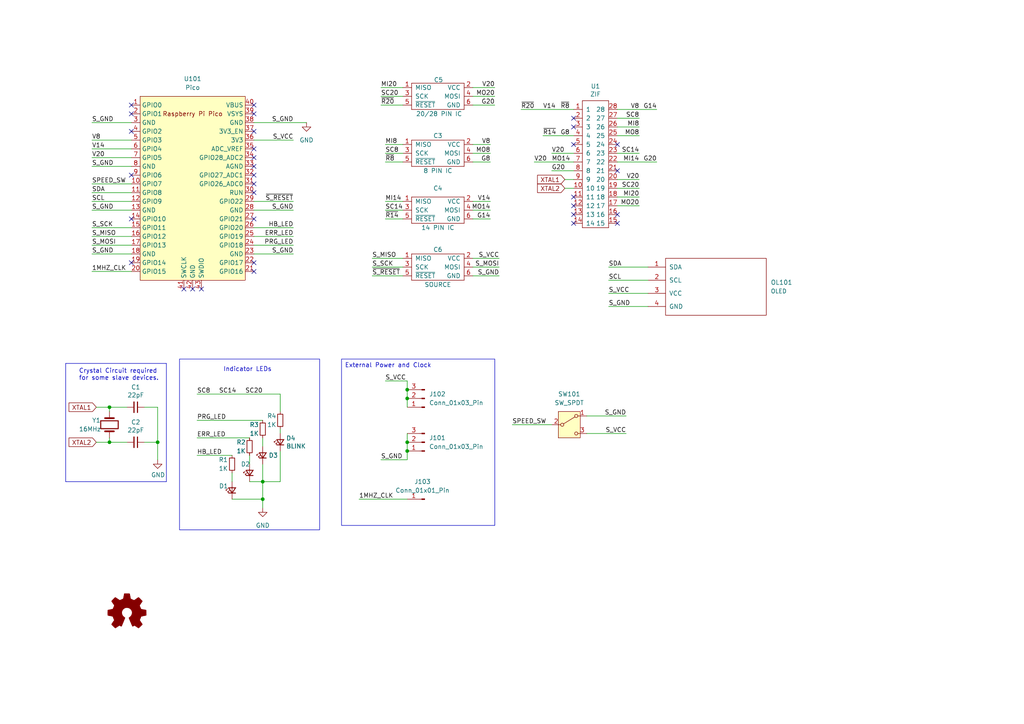
<source format=kicad_sch>
(kicad_sch (version 20230121) (generator eeschema)
  (paper "A4")
  (lib_symbols
    (symbol "Connector:Conn_01x01_Pin" (pin_names (offset 1.016) hide)
      (property "Reference" "J" (at 0 2.54 0))
      (property "Value" "Conn_01x01_Pin" (at 0 -2.54 0))
      (symbol "Conn_01x01_Pin_1_1"
        (polyline (pts (xy 1.27 0) (xy 0.8636 0)) (stroke (width 0.1524)))
        (rectangle (start 0.8636 0.127) (end 0 -0.127) (stroke (width 0.1524)) (fill (type outline)))
        (pin passive line (at 5.08 0 180) (length 3.81) (name "Pin_1") (number "1"))
      )
    )
    (symbol "Connector:Conn_01x03_Pin" (pin_names (offset 1.016) hide)
      (property "Reference" "J" (at 0 5.08 0))
      (property "Value" "Conn_01x03_Pin" (at 0 -5.08 0))
      (symbol "Conn_01x03_Pin_1_1"
        (polyline (pts (xy 1.27 -2.54) (xy 0.8636 -2.54)) (stroke (width 0.1524)))
        (polyline (pts (xy 1.27 0) (xy 0.8636 0)) (stroke (width 0.1524)))
        (polyline (pts (xy 1.27 2.54) (xy 0.8636 2.54)) (stroke (width 0.1524)))
        (rectangle (start 0.8636 -2.413) (end 0 -2.667) (stroke (width 0.1524)) (fill (type outline)))
        (rectangle (start 0.8636 0.127) (end 0 -0.127) (stroke (width 0.1524)) (fill (type outline)))
        (rectangle (start 0.8636 2.667) (end 0 2.413) (stroke (width 0.1524)) (fill (type outline)))
        (pin passive line (at 5.08 2.54 180) (length 3.81) (name "Pin_1") (number "1"))
        (pin passive line (at 5.08 0 180) (length 3.81) (name "Pin_2") (number "2"))
        (pin passive line (at 5.08 -2.54 180) (length 3.81) (name "Pin_3") (number "3"))
      )
    )
    (symbol "Device:C_Small" (pin_numbers hide) (pin_names (offset 0.254) hide)
      (property "Reference" "C" (at 0.254 1.778 0))
      (property "Value" "C_Small" (at 0.254 -2.032 0))
      (symbol "C_Small_0_1"
        (polyline (pts (xy -1.524 -0.508) (xy 1.524 -0.508)) (stroke (width 0.3302)))
        (polyline (pts (xy -1.524 0.508) (xy 1.524 0.508)) (stroke (width 0.3048)))
      )
      (symbol "C_Small_1_1"
        (pin passive line (at 0 2.54 270) (length 2.032) (name "~") (number "1"))
        (pin passive line (at 0 -2.54 90) (length 2.032) (name "~") (number "2"))
      )
    )
    (symbol "Device:Crystal" (pin_numbers hide) (pin_names (offset 1.016) hide)
      (property "Reference" "Y" (at 0 3.81 0))
      (property "Value" "Crystal" (at 0 -3.81 0))
      (symbol "Crystal_0_1"
        (rectangle (start -1.143 2.54) (end 1.143 -2.54) (stroke (width 0.3048)))
        (polyline (pts (xy -2.54 0) (xy -1.905 0)))
        (polyline (pts (xy -1.905 -1.27) (xy -1.905 1.27)) (stroke (width 0.508)))
        (polyline (pts (xy 1.905 -1.27) (xy 1.905 1.27)) (stroke (width 0.508)))
        (polyline (pts (xy 2.54 0) (xy 1.905 0)))
      )
      (symbol "Crystal_1_1"
        (pin passive line (at -3.81 0 0) (length 1.27) (name "1") (number "1"))
        (pin passive line (at 3.81 0 180) (length 1.27) (name "2") (number "2"))
      )
    )
    (symbol "Device:LED_Small" (pin_numbers hide) (pin_names (offset 0.254) hide)
      (property "Reference" "D" (at -1.27 3.175 0))
      (property "Value" "LED_Small" (at -4.445 -2.54 0))
      (symbol "LED_Small_0_1"
        (polyline (pts (xy -0.762 -1.016) (xy -0.762 1.016)) (stroke (width 0.254)))
        (polyline (pts (xy 1.016 0) (xy -0.762 0)))
        (polyline (pts (xy 0.762 -1.016) (xy -0.762 0) (xy 0.762 1.016) (xy 0.762 -1.016)) (stroke (width 0.254)))
        (polyline (pts (xy 0 0.762) (xy -0.508 1.27) (xy -0.254 1.27) (xy -0.508 1.27) (xy -0.508 1.016)))
        (polyline (pts (xy 0.508 1.27) (xy 0 1.778) (xy 0.254 1.778) (xy 0 1.778) (xy 0 1.524)))
      )
      (symbol "LED_Small_1_1"
        (pin passive line (at -2.54 0 0) (length 1.778) (name "K") (number "1"))
        (pin passive line (at 2.54 0 180) (length 1.778) (name "A") (number "2"))
      )
    )
    (symbol "Device:R_Small" (pin_numbers hide) (pin_names (offset 0.254) hide)
      (property "Reference" "R" (at 0.762 0.508 0))
      (property "Value" "R_Small" (at 0.762 -1.016 0))
      (symbol "R_Small_0_1"
        (rectangle (start -0.762 1.778) (end 0.762 -1.778) (stroke (width 0.2032)))
      )
      (symbol "R_Small_1_1"
        (pin passive line (at 0 2.54 270) (length 0.762) (name "~") (number "1"))
        (pin passive line (at 0 -2.54 90) (length 0.762) (name "~") (number "2"))
      )
    )
    (symbol "Graphic:Logo_Open_Hardware_Small" (in_bom no) (on_board no)
      (symbol "Logo_Open_Hardware_Small_0_1"
        (polyline (pts (xy 3.3528 -4.3434) (xy 3.302 -4.318) (xy 3.175 -4.2418) (xy 2.9972 -4.1148) (xy 2.7686 -3.9624) (xy 2.54 -3.81) (xy 2.3622 -3.7084) (xy 2.2352 -3.6068) (xy 2.1844 -3.5814) (xy 2.159 -3.6068) (xy 2.0574 -3.6576) (xy 1.905 -3.7338) (xy 1.8034 -3.7846) (xy 1.6764 -3.8354) (xy 1.6002 -3.8354) (xy 1.6002 -3.8354) (xy 1.5494 -3.7338) (xy 1.4732 -3.5306) (xy 1.3462 -3.302) (xy 1.2446 -3.0226) (xy 1.1176 -2.7178) (xy 0.9652 -2.413) (xy 0.8636 -2.1082) (xy 0.7366 -1.8288) (xy 0.6604 -1.6256) (xy 0.6096 -1.4732) (xy 0.5842 -1.397) (xy 0.5842 -1.397) (xy 0.6604 -1.3208) (xy 0.7874 -1.2446) (xy 1.0414 -1.016) (xy 1.2954 -0.6858) (xy 1.4478 -0.3302) (xy 1.524 0.0762) (xy 1.4732 0.4572) (xy 1.3208 0.8128) (xy 1.0668 1.143) (xy 0.762 1.3716) (xy 0.4064 1.524) (xy 0 1.5748) (xy -0.381 1.5494) (xy -0.7366 1.397) (xy -1.0668 1.143) (xy -1.2192 0.9906) (xy -1.397 0.6604) (xy -1.524 0.3048) (xy -1.524 0.2286) (xy -1.4986 -0.1778) (xy -1.397 -0.5334) (xy -1.1938 -0.8636) (xy -0.9144 -1.143) (xy -0.8636 -1.1684) (xy -0.7366 -1.27) (xy -0.635 -1.3462) (xy -0.5842 -1.397) (xy -1.0668 -2.5908) (xy -1.143 -2.794) (xy -1.2954 -3.1242) (xy -1.397 -3.4036) (xy -1.4986 -3.6322) (xy -1.5748 -3.7846) (xy -1.6002 -3.8354) (xy -1.6002 -3.8354) (xy -1.651 -3.8354) (xy -1.7272 -3.81) (xy -1.905 -3.7338) (xy -2.0066 -3.683) (xy -2.1336 -3.6068) (xy -2.2098 -3.5814) (xy -2.2606 -3.6068) (xy -2.3622 -3.683) (xy -2.54 -3.81) (xy -2.7686 -3.9624) (xy -2.9718 -4.0894) (xy -3.1496 -4.2164) (xy -3.302 -4.318) (xy -3.3528 -4.3434) (xy -3.3782 -4.3434) (xy -3.429 -4.318) (xy -3.5306 -4.2164) (xy -3.7084 -4.064) (xy -3.937 -3.8354) (xy -3.9624 -3.81) (xy -4.1656 -3.6068) (xy -4.318 -3.4544) (xy -4.4196 -3.3274) (xy -4.445 -3.2766) (xy -4.445 -3.2766) (xy -4.4196 -3.2258) (xy -4.318 -3.0734) (xy -4.2164 -2.8956) (xy -4.064 -2.667) (xy -3.6576 -2.0828) (xy -3.8862 -1.5494) (xy -3.937 -1.3716) (xy -4.0386 -1.1684) (xy -4.0894 -1.0414) (xy -4.1148 -0.9652) (xy -4.191 -0.9398) (xy -4.318 -0.9144) (xy -4.5466 -0.8636) (xy -4.8006 -0.8128) (xy -5.0546 -0.7874) (xy -5.2578 -0.7366) (xy -5.4356 -0.7112) (xy -5.5118 -0.6858) (xy -5.5118 -0.6858) (xy -5.5372 -0.635) (xy -5.5372 -0.5588) (xy -5.5372 -0.4318) (xy -5.5626 -0.2286) (xy -5.5626 0.0762) (xy -5.5626 0.127) (xy -5.5372 0.4064) (xy -5.5372 0.635) (xy -5.5372 0.762) (xy -5.5372 0.8382) (xy -5.5372 0.8382) (xy -5.461 0.8382) (xy -5.3086 0.889) (xy -5.08 0.9144) (xy -4.826 0.9652) (xy -4.8006 0.9906) (xy -4.5466 1.0414) (xy -4.318 1.0668) (xy -4.1656 1.1176) (xy -4.0894 1.143) (xy -4.0894 1.143) (xy -4.0386 1.2446) (xy -3.9624 1.4224) (xy -3.8608 1.6256) (xy -3.7846 1.8288) (xy -3.7084 2.0066) (xy -3.6576 2.159) (xy -3.6322 2.2098) (xy -3.6322 2.2098) (xy -3.683 2.286) (xy -3.7592 2.413) (xy -3.8862 2.5908) (xy -4.064 2.8194) (xy -4.064 2.8448) (xy -4.2164 3.0734) (xy -4.3434 3.2512) (xy -4.4196 3.3782) (xy -4.445 3.4544) (xy -4.445 3.4544) (xy -4.3942 3.5052) (xy -4.2926 3.6322) (xy -4.1148 3.81) (xy -3.937 4.0132) (xy -3.8608 4.064) (xy -3.6576 4.2926) (xy -3.5052 4.4196) (xy -3.4036 4.4958) (xy -3.3528 4.5212) (xy -3.3528 4.5212) (xy -3.302 4.4704) (xy -3.1496 4.3688) (xy -2.9718 4.2418) (xy -2.7432 4.0894) (xy -2.7178 4.0894) (xy -2.4892 3.937) (xy -2.3114 3.81) (xy -2.1844 3.7084) (xy -2.1336 3.683) (xy -2.1082 3.683) (xy -2.032 3.7084) (xy -1.8542 3.7592) (xy -1.6764 3.8354) (xy -1.4732 3.937) (xy -1.27 4.0132) (xy -1.143 4.064) (xy -1.0668 4.1148) (xy -1.0668 4.1148) (xy -1.0414 4.191) (xy -1.016 4.3434) (xy -0.9652 4.572) (xy -0.9144 4.8514) (xy -0.889 4.9022) (xy -0.8382 5.1562) (xy -0.8128 5.3848) (xy -0.7874 5.5372) (xy -0.762 5.588) (xy -0.7112 5.6134) (xy -0.5842 5.6134) (xy -0.4064 5.6134) (xy -0.1524 5.6134) (xy 0.0762 5.6134) (xy 0.3302 5.6134) (xy 0.5334 5.6134) (xy 0.6858 5.588) (xy 0.7366 5.588) (xy 0.7366 5.588) (xy 0.762 5.5118) (xy 0.8128 5.334) (xy 0.8382 5.1054) (xy 0.9144 4.826) (xy 0.9144 4.7752) (xy 0.9652 4.5212) (xy 1.016 4.2926) (xy 1.0414 4.1402) (xy 1.0668 4.0894) (xy 1.0668 4.0894) (xy 1.1938 4.0386) (xy 1.3716 3.9624) (xy 1.5748 3.8608) (xy 2.0828 3.6576) (xy 2.7178 4.0894) (xy 2.7686 4.1402) (xy 2.9972 4.2926) (xy 3.175 4.4196) (xy 3.302 4.4958) (xy 3.3782 4.5212) (xy 3.3782 4.5212) (xy 3.429 4.4704) (xy 3.556 4.3434) (xy 3.7338 4.191) (xy 3.9116 3.9878) (xy 4.064 3.8354) (xy 4.2418 3.6576) (xy 4.3434 3.556) (xy 4.4196 3.4798) (xy 4.4196 3.429) (xy 4.4196 3.4036) (xy 4.3942 3.3274) (xy 4.2926 3.2004) (xy 4.1656 2.9972) (xy 4.0132 2.794) (xy 3.8862 2.5908) (xy 3.7592 2.3876) (xy 3.6576 2.2352) (xy 3.6322 2.159) (xy 3.6322 2.1336) (xy 3.683 2.0066) (xy 3.7592 1.8288) (xy 3.8608 1.6002) (xy 4.064 1.1176) (xy 4.3942 1.0414) (xy 4.5974 1.016) (xy 4.8768 0.9652) (xy 5.1308 0.9144) (xy 5.5372 0.8382) (xy 5.5626 -0.6604) (xy 5.4864 -0.6858) (xy 5.4356 -0.6858) (xy 5.2832 -0.7366) (xy 5.0546 -0.762) (xy 4.8006 -0.8128) (xy 4.5974 -0.8636) (xy 4.3688 -0.9144) (xy 4.2164 -0.9398) (xy 4.1402 -0.9398) (xy 4.1148 -0.9652) (xy 4.064 -1.0668) (xy 3.9878 -1.2446) (xy 3.9116 -1.4478) (xy 3.81 -1.651) (xy 3.7338 -1.8542) (xy 3.683 -2.0066) (xy 3.6576 -2.0828) (xy 3.683 -2.1336) (xy 3.7846 -2.2606) (xy 3.8862 -2.4638) (xy 4.0386 -2.667) (xy 4.191 -2.8956) (xy 4.318 -3.0734) (xy 4.3942 -3.2004) (xy 4.445 -3.2766) (xy 4.4196 -3.3274) (xy 4.3434 -3.429) (xy 4.1656 -3.5814) (xy 3.937 -3.8354) (xy 3.8862 -3.8608) (xy 3.683 -4.064) (xy 3.5306 -4.2164) (xy 3.4036 -4.318) (xy 3.3528 -4.3434)) (fill (type outline)))
      )
    )
    (symbol "Switch:SW_SPDT" (pin_names (offset 0) hide)
      (property "Reference" "SW" (at 0 5.08 0))
      (property "Value" "SW_SPDT" (at 0 -5.08 0))
      (symbol "SW_SPDT_0_1"
        (circle (center -2.032 0) (radius 0.4572))
        (polyline (pts (xy -1.651 0.254) (xy 1.651 2.286)))
        (circle (center 2.032 -2.54) (radius 0.4572))
        (circle (center 2.032 2.54) (radius 0.4572))
      )
      (symbol "SW_SPDT_1_1"
        (rectangle (start -3.175 3.81) (end 3.175 -3.81) (fill (type background)))
        (pin passive line (at 5.08 2.54 180) (length 2.54) (name "A") (number "1"))
        (pin passive line (at -5.08 0 0) (length 2.54) (name "B") (number "2"))
        (pin passive line (at 5.08 -2.54 180) (length 2.54) (name "C") (number "3"))
      )
    )
    (symbol "kbd:OLED" (pin_names (offset 1.016))
      (property "Reference" "OL" (at 0 2.54 0))
      (property "Value" "OLED" (at 0 -1.27 0))
      (symbol "OLED_0_1"
        (rectangle (start -13.97 8.89) (end 15.24 -7.62))
      )
      (symbol "OLED_1_1"
        (pin bidirectional line (at -19.05 6.35 0) (length 5.08) (name "SDA") (number "1"))
        (pin bidirectional line (at -19.05 2.54 0) (length 5.08) (name "SCL") (number "2"))
        (pin power_in line (at -19.05 -1.27 0) (length 5.08) (name "VCC") (number "3"))
        (pin power_in line (at -19.05 -5.08 0) (length 5.08) (name "GND") (number "4"))
      )
    )
    (symbol "multi-avr:ICSP_HEADER" (pin_names (offset 1.016))
      (property "Reference" "C" (at 7.62 -6.35 0))
      (property "Value" "ICSP_HEADER" (at 7.62 3.81 0))
      (symbol "ICSP_HEADER_0_1"
        (rectangle (start 0 -5.08) (end 15.24 -5.08))
        (rectangle (start 0 2.54) (end 0 -5.08))
        (rectangle (start 15.24 -5.08) (end 15.24 2.54))
        (rectangle (start 15.24 2.54) (end 0 2.54))
      )
      (symbol "ICSP_HEADER_1_1"
        (pin input line (at -2.54 1.27 0) (length 2.54) (name "MISO") (number "1"))
        (pin power_out line (at 17.78 1.27 180) (length 2.54) (name "VCC") (number "2"))
        (pin input line (at -2.54 -1.27 0) (length 2.54) (name "SCK") (number "3"))
        (pin output line (at 17.78 -1.27 180) (length 2.54) (name "MOSI") (number "4"))
        (pin input line (at -2.54 -3.81 0) (length 2.54) (name "~{RESET}") (number "5"))
        (pin power_out line (at 17.78 -3.81 180) (length 2.54) (name "GND") (number "6"))
      )
    )
    (symbol "multi-avr:ZIF" (pin_names (offset 1.016))
      (property "Reference" "U" (at 1.27 -20.32 0))
      (property "Value" "ZIF" (at 1.27 19.05 0))
      (symbol "ZIF_0_1"
        (rectangle (start -2.54 -19.05) (end -2.54 17.78))
        (rectangle (start -2.54 17.78) (end 5.08 17.78))
        (rectangle (start 5.08 -19.05) (end -2.54 -19.05))
        (rectangle (start 5.08 17.78) (end 5.08 -19.05))
      )
      (symbol "ZIF_1_1"
        (pin passive line (at -5.08 15.24 0) (length 2.54) (name "1") (number "1"))
        (pin passive line (at -5.08 -7.62 0) (length 2.54) (name "10") (number "10"))
        (pin passive line (at -5.08 -10.16 0) (length 2.54) (name "11") (number "11"))
        (pin passive line (at -5.08 -12.7 0) (length 2.54) (name "12") (number "12"))
        (pin passive line (at -5.08 -15.24 0) (length 2.54) (name "13") (number "13"))
        (pin passive line (at -5.08 -17.78 0) (length 2.54) (name "14") (number "14"))
        (pin passive line (at 7.62 -17.78 180) (length 2.54) (name "15") (number "15"))
        (pin passive line (at 7.62 -15.24 180) (length 2.54) (name "16") (number "16"))
        (pin passive line (at 7.62 -12.7 180) (length 2.54) (name "17") (number "17"))
        (pin passive line (at 7.62 -10.16 180) (length 2.54) (name "18") (number "18"))
        (pin passive line (at 7.62 -7.62 180) (length 2.54) (name "19") (number "19"))
        (pin passive line (at -5.08 12.7 0) (length 2.54) (name "2") (number "2"))
        (pin passive line (at 7.62 -5.08 180) (length 2.54) (name "20") (number "20"))
        (pin passive line (at 7.62 -2.54 180) (length 2.54) (name "21") (number "21"))
        (pin passive line (at 7.62 0 180) (length 2.54) (name "22") (number "22"))
        (pin passive line (at 7.62 2.54 180) (length 2.54) (name "23") (number "23"))
        (pin passive line (at 7.62 5.08 180) (length 2.54) (name "24") (number "24"))
        (pin passive line (at 7.62 7.62 180) (length 2.54) (name "25") (number "25"))
        (pin passive line (at 7.62 10.16 180) (length 2.54) (name "26") (number "26"))
        (pin passive line (at 7.62 12.7 180) (length 2.54) (name "27") (number "27"))
        (pin passive line (at 7.62 15.24 180) (length 2.54) (name "28") (number "28"))
        (pin passive line (at -5.08 10.16 0) (length 2.54) (name "3") (number "3"))
        (pin passive line (at -5.08 7.62 0) (length 2.54) (name "4") (number "4"))
        (pin passive line (at -5.08 5.08 0) (length 2.54) (name "5") (number "5"))
        (pin passive line (at -5.08 2.54 0) (length 2.54) (name "6") (number "6"))
        (pin passive line (at -5.08 0 0) (length 2.54) (name "7") (number "7"))
        (pin passive line (at -5.08 -2.54 0) (length 2.54) (name "8") (number "8"))
        (pin passive line (at -5.08 -5.08 0) (length 2.54) (name "9") (number "9"))
      )
    )
    (symbol "pico:Pico"
      (property "Reference" "U" (at -13.97 27.94 0))
      (property "Value" "Pico" (at 0 19.05 0))
      (symbol "Pico_0_0"
        (text "Raspberry Pi Pico" (at 0 21.59 0) (effects (font (size 1.27 1.27))))
      )
      (symbol "Pico_0_1"
        (rectangle (start -15.24 26.67) (end 15.24 -26.67) (fill (type background)))
      )
      (symbol "Pico_1_1"
        (pin bidirectional line (at -17.78 24.13 0) (length 2.54) (name "GPIO0") (number "1"))
        (pin bidirectional line (at -17.78 1.27 0) (length 2.54) (name "GPIO7") (number "10"))
        (pin bidirectional line (at -17.78 -1.27 0) (length 2.54) (name "GPIO8") (number "11"))
        (pin bidirectional line (at -17.78 -3.81 0) (length 2.54) (name "GPIO9") (number "12"))
        (pin power_in line (at -17.78 -6.35 0) (length 2.54) (name "GND") (number "13"))
        (pin bidirectional line (at -17.78 -8.89 0) (length 2.54) (name "GPIO10") (number "14"))
        (pin bidirectional line (at -17.78 -11.43 0) (length 2.54) (name "GPIO11") (number "15"))
        (pin bidirectional line (at -17.78 -13.97 0) (length 2.54) (name "GPIO12") (number "16"))
        (pin bidirectional line (at -17.78 -16.51 0) (length 2.54) (name "GPIO13") (number "17"))
        (pin power_in line (at -17.78 -19.05 0) (length 2.54) (name "GND") (number "18"))
        (pin bidirectional line (at -17.78 -21.59 0) (length 2.54) (name "GPIO14") (number "19"))
        (pin bidirectional line (at -17.78 21.59 0) (length 2.54) (name "GPIO1") (number "2"))
        (pin bidirectional line (at -17.78 -24.13 0) (length 2.54) (name "GPIO15") (number "20"))
        (pin bidirectional line (at 17.78 -24.13 180) (length 2.54) (name "GPIO16") (number "21"))
        (pin bidirectional line (at 17.78 -21.59 180) (length 2.54) (name "GPIO17") (number "22"))
        (pin power_in line (at 17.78 -19.05 180) (length 2.54) (name "GND") (number "23"))
        (pin bidirectional line (at 17.78 -16.51 180) (length 2.54) (name "GPIO18") (number "24"))
        (pin bidirectional line (at 17.78 -13.97 180) (length 2.54) (name "GPIO19") (number "25"))
        (pin bidirectional line (at 17.78 -11.43 180) (length 2.54) (name "GPIO20") (number "26"))
        (pin bidirectional line (at 17.78 -8.89 180) (length 2.54) (name "GPIO21") (number "27"))
        (pin power_in line (at 17.78 -6.35 180) (length 2.54) (name "GND") (number "28"))
        (pin bidirectional line (at 17.78 -3.81 180) (length 2.54) (name "GPIO22") (number "29"))
        (pin power_in line (at -17.78 19.05 0) (length 2.54) (name "GND") (number "3"))
        (pin input line (at 17.78 -1.27 180) (length 2.54) (name "RUN") (number "30"))
        (pin bidirectional line (at 17.78 1.27 180) (length 2.54) (name "GPIO26_ADC0") (number "31"))
        (pin bidirectional line (at 17.78 3.81 180) (length 2.54) (name "GPIO27_ADC1") (number "32"))
        (pin power_in line (at 17.78 6.35 180) (length 2.54) (name "AGND") (number "33"))
        (pin bidirectional line (at 17.78 8.89 180) (length 2.54) (name "GPIO28_ADC2") (number "34"))
        (pin power_in line (at 17.78 11.43 180) (length 2.54) (name "ADC_VREF") (number "35"))
        (pin power_in line (at 17.78 13.97 180) (length 2.54) (name "3V3") (number "36"))
        (pin input line (at 17.78 16.51 180) (length 2.54) (name "3V3_EN") (number "37"))
        (pin bidirectional line (at 17.78 19.05 180) (length 2.54) (name "GND") (number "38"))
        (pin power_in line (at 17.78 21.59 180) (length 2.54) (name "VSYS") (number "39"))
        (pin bidirectional line (at -17.78 16.51 0) (length 2.54) (name "GPIO2") (number "4"))
        (pin power_in line (at 17.78 24.13 180) (length 2.54) (name "VBUS") (number "40"))
        (pin input line (at -2.54 -29.21 90) (length 2.54) (name "SWCLK") (number "41"))
        (pin power_in line (at 0 -29.21 90) (length 2.54) (name "GND") (number "42"))
        (pin bidirectional line (at 2.54 -29.21 90) (length 2.54) (name "SWDIO") (number "43"))
        (pin bidirectional line (at -17.78 13.97 0) (length 2.54) (name "GPIO3") (number "5"))
        (pin bidirectional line (at -17.78 11.43 0) (length 2.54) (name "GPIO4") (number "6"))
        (pin bidirectional line (at -17.78 8.89 0) (length 2.54) (name "GPIO5") (number "7"))
        (pin power_in line (at -17.78 6.35 0) (length 2.54) (name "GND") (number "8"))
        (pin bidirectional line (at -17.78 3.81 0) (length 2.54) (name "GPIO6") (number "9"))
      )
    )
    (symbol "power:GND" (power) (pin_names (offset 0))
      (property "Value" "GND" (at 0 -3.81 0))
      (symbol "GND_0_1"
        (polyline (pts (xy 0 0) (xy 0 -1.27) (xy 1.27 -1.27) (xy 0 -2.54) (xy -1.27 -1.27) (xy 0 -1.27)))
      )
      (symbol "GND_1_1"
        (pin power_in line (at 0 0 270) (length 0) hide (name "GND") (number "1"))
      )
    )
  )
  (junction (at 45.72 128.27))
  (junction (at 118.11 130.81))
  (junction (at 76.2 144.78))
  (junction (at 31.75 128.27))
  (junction (at 118.11 128.27))
  (junction (at 118.11 115.57))
  (junction (at 76.2 139.7))
  (junction (at 118.11 113.03))
  (junction (at 31.75 118.11))
  (no_connect (at 73.66 50.8))
  (no_connect (at 179.07 62.23))
  (no_connect (at 55.88 83.82))
  (no_connect (at 38.1 50.8))
  (no_connect (at 166.37 36.83))
  (no_connect (at 166.37 59.69))
  (no_connect (at 38.1 63.5))
  (no_connect (at 38.1 33.02))
  (no_connect (at 73.66 63.5))
  (no_connect (at 166.37 62.23))
  (no_connect (at 73.66 30.48))
  (no_connect (at 73.66 43.18))
  (no_connect (at 73.66 38.1))
  (no_connect (at 73.66 78.74))
  (no_connect (at 73.66 55.88))
  (no_connect (at 38.1 76.2))
  (no_connect (at 73.66 45.72))
  (no_connect (at 166.37 34.29))
  (no_connect (at 73.66 33.02))
  (no_connect (at 179.07 49.53))
  (no_connect (at 73.66 76.2))
  (no_connect (at 38.1 30.48))
  (no_connect (at 166.37 64.77))
  (no_connect (at 38.1 38.1))
  (no_connect (at 53.34 83.82))
  (no_connect (at 179.07 64.77))
  (no_connect (at 58.42 83.82))
  (no_connect (at 166.37 57.15))
  (no_connect (at 73.66 53.34))
  (no_connect (at 73.66 48.26))
  (no_connect (at 166.37 41.91))
  (no_connect (at 179.07 41.91))
  (wire (pts (xy 176.53 77.47) (xy 187.96 77.47)))
  (wire (pts (xy 118.11 113.03) (xy 118.11 115.57)))
  (wire (pts (xy 179.07 36.83) (xy 185.42 36.83)))
  (wire (pts (xy 26.67 43.18) (xy 38.1 43.18)))
  (wire (pts (xy 57.15 114.3) (xy 81.28 114.3)))
  (wire (pts (xy 166.37 49.53) (xy 160.02 49.53)))
  (polyline (pts (xy 48.26 105.41) (xy 48.26 139.7)))
  (wire (pts (xy 81.28 139.7) (xy 76.2 139.7)))
  (wire (pts (xy 118.11 128.27) (xy 118.11 130.81)))
  (polyline (pts (xy 19.05 105.41) (xy 48.26 105.41)))
  (wire (pts (xy 116.84 46.99) (xy 111.76 46.99)))
  (wire (pts (xy 111.76 110.49) (xy 118.11 110.49)))
  (wire (pts (xy 116.84 58.42) (xy 111.76 58.42)))
  (wire (pts (xy 179.07 34.29) (xy 185.42 34.29)))
  (wire (pts (xy 57.15 121.92) (xy 76.2 121.92)))
  (wire (pts (xy 41.91 118.11) (xy 45.72 118.11)))
  (wire (pts (xy 73.66 73.66) (xy 85.09 73.66)))
  (polyline (pts (xy 19.05 105.41) (xy 19.05 139.7)))
  (wire (pts (xy 116.84 25.4) (xy 110.49 25.4)))
  (wire (pts (xy 26.67 58.42) (xy 38.1 58.42)))
  (wire (pts (xy 31.75 128.27) (xy 31.75 127)))
  (wire (pts (xy 67.31 144.78) (xy 76.2 144.78)))
  (wire (pts (xy 116.84 63.5) (xy 111.76 63.5)))
  (wire (pts (xy 179.07 57.15) (xy 185.42 57.15)))
  (wire (pts (xy 137.16 63.5) (xy 142.24 63.5)))
  (wire (pts (xy 45.72 128.27) (xy 45.72 133.35)))
  (wire (pts (xy 118.11 115.57) (xy 118.11 118.11)))
  (wire (pts (xy 76.2 144.78) (xy 76.2 147.32)))
  (wire (pts (xy 148.59 123.19) (xy 160.02 123.19)))
  (polyline (pts (xy 19.05 139.7) (xy 48.26 139.7)))
  (wire (pts (xy 137.16 80.01) (xy 144.78 80.01)))
  (wire (pts (xy 118.11 125.73) (xy 118.11 128.27)))
  (wire (pts (xy 38.1 68.58) (xy 26.67 68.58)))
  (wire (pts (xy 81.28 114.3) (xy 81.28 119.38)))
  (wire (pts (xy 81.28 124.46) (xy 81.28 125.73)))
  (wire (pts (xy 166.37 54.61) (xy 163.83 54.61)))
  (wire (pts (xy 170.18 120.65) (xy 181.61 120.65)))
  (wire (pts (xy 187.96 85.09) (xy 176.53 85.09)))
  (wire (pts (xy 118.11 110.49) (xy 118.11 113.03)))
  (wire (pts (xy 116.84 60.96) (xy 111.76 60.96)))
  (wire (pts (xy 26.67 53.34) (xy 38.1 53.34)))
  (wire (pts (xy 38.1 78.74) (xy 26.67 78.74)))
  (wire (pts (xy 137.16 60.96) (xy 142.24 60.96)))
  (wire (pts (xy 160.02 44.45) (xy 166.37 44.45)))
  (wire (pts (xy 73.66 60.96) (xy 85.09 60.96)))
  (wire (pts (xy 179.07 54.61) (xy 185.42 54.61)))
  (wire (pts (xy 179.07 59.69) (xy 185.42 59.69)))
  (wire (pts (xy 179.07 39.37) (xy 185.42 39.37)))
  (wire (pts (xy 45.72 118.11) (xy 45.72 128.27)))
  (wire (pts (xy 27.94 118.11) (xy 31.75 118.11)))
  (wire (pts (xy 57.15 127) (xy 72.39 127)))
  (wire (pts (xy 26.67 55.88) (xy 38.1 55.88)))
  (wire (pts (xy 38.1 73.66) (xy 26.67 73.66)))
  (wire (pts (xy 73.66 71.12) (xy 85.09 71.12)))
  (wire (pts (xy 170.18 125.73) (xy 181.61 125.73)))
  (wire (pts (xy 166.37 46.99) (xy 154.94 46.99)))
  (wire (pts (xy 116.84 30.48) (xy 110.49 30.48)))
  (wire (pts (xy 179.07 52.07) (xy 185.42 52.07)))
  (wire (pts (xy 76.2 134.62) (xy 76.2 139.7)))
  (wire (pts (xy 137.16 44.45) (xy 142.24 44.45)))
  (wire (pts (xy 38.1 48.26) (xy 26.67 48.26)))
  (wire (pts (xy 176.53 81.28) (xy 187.96 81.28)))
  (wire (pts (xy 41.91 128.27) (xy 45.72 128.27)))
  (wire (pts (xy 137.16 58.42) (xy 142.24 58.42)))
  (wire (pts (xy 73.66 68.58) (xy 85.09 68.58)))
  (wire (pts (xy 116.84 74.93) (xy 107.95 74.93)))
  (wire (pts (xy 116.84 80.01) (xy 107.95 80.01)))
  (wire (pts (xy 38.1 66.04) (xy 26.67 66.04)))
  (wire (pts (xy 179.07 31.75) (xy 190.5 31.75)))
  (wire (pts (xy 73.66 40.64) (xy 85.09 40.64)))
  (wire (pts (xy 76.2 139.7) (xy 76.2 144.78)))
  (wire (pts (xy 110.49 133.35) (xy 118.11 133.35)))
  (wire (pts (xy 137.16 77.47) (xy 144.78 77.47)))
  (wire (pts (xy 116.84 27.94) (xy 110.49 27.94)))
  (wire (pts (xy 27.94 128.27) (xy 31.75 128.27)))
  (wire (pts (xy 73.66 58.42) (xy 85.09 58.42)))
  (wire (pts (xy 31.75 118.11) (xy 36.83 118.11)))
  (wire (pts (xy 26.67 40.64) (xy 38.1 40.64)))
  (wire (pts (xy 72.39 132.08) (xy 72.39 134.62)))
  (wire (pts (xy 137.16 74.93) (xy 144.78 74.93)))
  (wire (pts (xy 104.14 144.78) (xy 118.11 144.78)))
  (wire (pts (xy 187.96 88.9) (xy 176.53 88.9)))
  (wire (pts (xy 166.37 39.37) (xy 157.48 39.37)))
  (wire (pts (xy 137.16 46.99) (xy 142.24 46.99)))
  (wire (pts (xy 116.84 44.45) (xy 111.76 44.45)))
  (wire (pts (xy 137.16 27.94) (xy 143.51 27.94)))
  (wire (pts (xy 31.75 128.27) (xy 36.83 128.27)))
  (wire (pts (xy 38.1 35.56) (xy 26.67 35.56)))
  (wire (pts (xy 57.15 132.08) (xy 67.31 132.08)))
  (wire (pts (xy 137.16 25.4) (xy 143.51 25.4)))
  (wire (pts (xy 73.66 66.04) (xy 85.09 66.04)))
  (wire (pts (xy 38.1 60.96) (xy 26.67 60.96)))
  (wire (pts (xy 81.28 130.81) (xy 81.28 139.7)))
  (wire (pts (xy 73.66 35.56) (xy 88.9 35.56)))
  (wire (pts (xy 179.07 44.45) (xy 185.42 44.45)))
  (wire (pts (xy 118.11 130.81) (xy 118.11 133.35)))
  (wire (pts (xy 137.16 30.48) (xy 143.51 30.48)))
  (wire (pts (xy 72.39 139.7) (xy 76.2 139.7)))
  (wire (pts (xy 116.84 41.91) (xy 111.76 41.91)))
  (wire (pts (xy 38.1 71.12) (xy 26.67 71.12)))
  (wire (pts (xy 116.84 77.47) (xy 107.95 77.47)))
  (wire (pts (xy 179.07 46.99) (xy 190.5 46.99)))
  (wire (pts (xy 166.37 31.75) (xy 151.13 31.75)))
  (wire (pts (xy 67.31 137.16) (xy 67.31 139.7)))
  (wire (pts (xy 31.75 118.11) (xy 31.75 119.38)))
  (wire (pts (xy 26.67 45.72) (xy 38.1 45.72)))
  (wire (pts (xy 76.2 127) (xy 76.2 129.54)))
  (wire (pts (xy 163.83 52.07) (xy 166.37 52.07)))
  (wire (pts (xy 137.16 41.91) (xy 142.24 41.91)))
  (rectangle (start 52.07 104.14) (end 92.71 153.67))
  (text_box "External Power and Clock\n" (at 99.06 104.14 0) (size 44.45 48.26) (effects (font (size 1.27 1.27)) (justify left top)))
  (text "Crystal Circuit required\nfor some slave devices." (at 22.86 110.49 0) (effects (font (size 1.27 1.27)) (justify left bottom)))
  (text "Indicator LEDs\n" (at 64.77 107.95 0) (effects (font (size 1.27 1.27)) (justify left bottom)))
  (label "~{R14}" (at 111.76 63.5 0))
  (label "~{R8}" (at 111.76 46.99 0))
  (label "S_GND" (at 26.67 35.56 0))
  (label "PRG_LED" (at 85.09 71.12 180))
  (label "V8" (at 142.24 41.91 180))
  (label "S_MOSI" (at 144.78 77.47 180))
  (label "PRG_LED" (at 57.15 121.92 0))
  (label "MI20" (at 185.42 57.15 180))
  (label "MO20" (at 185.42 59.69 180))
  (label "SDA" (at 176.53 77.47 0))
  (label "SC20" (at 110.49 27.94 0))
  (label "V20" (at 26.67 45.72 0))
  (label "S_GND" (at 144.78 80.01 180))
  (label "HB_LED" (at 85.09 66.04 180))
  (label "S_MISO" (at 107.95 74.93 0))
  (label "SC20" (at 76.2 114.3 180))
  (label "SPEED_SW" (at 148.59 123.19 0))
  (label "S_GND" (at 26.67 73.66 0))
  (label "MI8" (at 111.76 41.91 0))
  (label "S_VCC" (at 85.09 40.64 180))
  (label "S_VCC" (at 181.61 125.73 180))
  (label "SC8" (at 111.76 44.45 0))
  (label "G14" (at 142.24 63.5 180))
  (label "SC14" (at 185.42 44.45 180))
  (label "MO8" (at 185.42 39.37 180))
  (label "~{R20}" (at 151.13 31.75 0))
  (label "SCL" (at 26.67 58.42 0))
  (label "~{R14}" (at 157.48 39.37 0))
  (label "G20" (at 190.5 46.99 180))
  (label "SC14" (at 68.58 114.3 180))
  (label "HB_LED" (at 57.15 132.08 0))
  (label "G20" (at 143.51 30.48 180))
  (label "MO20" (at 143.51 27.94 180))
  (label "MI8" (at 185.42 36.83 180))
  (label "S_GND" (at 26.67 60.96 0))
  (label "V20" (at 160.02 44.45 0))
  (label "ERR_LED" (at 85.09 68.58 180))
  (label "V14" (at 157.48 31.75 0))
  (label "SC20" (at 185.42 54.61 180))
  (label "G20" (at 160.02 49.53 0))
  (label "V20" (at 154.94 46.99 0))
  (label "V8" (at 26.67 40.64 0))
  (label "V8" (at 185.42 31.75 180))
  (label "~{R20}" (at 110.49 30.48 0))
  (label "SC8" (at 57.15 114.3 0))
  (label "V14" (at 26.67 43.18 0))
  (label "S_GND" (at 176.53 88.9 0))
  (label "SC14" (at 111.76 60.96 0))
  (label "S_SCK" (at 26.67 66.04 0))
  (label "S_VCC" (at 144.78 74.93 180))
  (label "SDA" (at 26.67 55.88 0))
  (label "MI14" (at 185.42 46.99 180))
  (label "1MHZ_CLK" (at 26.67 78.74 0))
  (label "~{S_RESET}" (at 107.95 80.01 0))
  (label "MO14" (at 160.02 46.99 0))
  (label "S_GND" (at 85.09 60.96 180))
  (label "G8" (at 142.24 46.99 180))
  (label "1MHZ_CLK" (at 104.14 144.78 0))
  (label "~{S_RESET}" (at 85.09 58.42 180))
  (label "SCL" (at 176.53 81.28 0))
  (label "SPEED_SW" (at 26.67 53.34 0))
  (label "S_VCC" (at 176.53 85.09 0))
  (label "S_VCC" (at 111.76 110.49 0))
  (label "G8" (at 162.56 39.37 0))
  (label "S_GND" (at 181.61 120.65 180))
  (label "V20" (at 185.42 52.07 180))
  (label "S_GND" (at 85.09 35.56 180))
  (label "MI20" (at 110.49 25.4 0))
  (label "ERR_LED" (at 57.15 127 0))
  (label "MO14" (at 142.24 60.96 180))
  (label "SC8" (at 185.42 34.29 180))
  (label "S_GND" (at 26.67 48.26 0))
  (label "V20" (at 143.51 25.4 180))
  (label "MI14" (at 111.76 58.42 0))
  (label "S_GND" (at 85.09 73.66 180))
  (label "S_GND" (at 110.49 133.35 0))
  (label "V14" (at 142.24 58.42 180))
  (label "~{R8}" (at 162.56 31.75 0))
  (label "MO8" (at 142.24 44.45 180))
  (label "S_MOSI" (at 26.67 71.12 0))
  (label "S_MISO" (at 26.67 68.58 0))
  (label "G14" (at 190.5 31.75 180))
  (label "S_SCK" (at 107.95 77.47 0))
  (global_label "XTAL2" (shape input) (at 27.94 128.27 180) (property "Intersheetrefs" "${INTERSHEET_REFS}" (effects hide)))
  (global_label "XTAL1" (shape input) (at 27.94 118.11 180) (property "Intersheetrefs" "${INTERSHEET_REFS}" (effects hide)))
  (global_label "XTAL1" (shape input) (at 163.83 52.07 180) (property "Intersheetrefs" "${INTERSHEET_REFS}" (effects hide)))
  (global_label "XTAL2" (shape input) (at 163.83 54.61 180) (property "Intersheetrefs" "${INTERSHEET_REFS}" (effects hide)))
  (symbol (lib_id "Device:Crystal") (at 31.75 123.19 270) (unit 1)
    (property "Reference" "Y1" (at 26.67 121.92 90) (effects (justify left)))
    (property "Value" "16MHz" (at 22.86 124.46 90) (effects (justify left)))
    (property "Footprint" "Crystal:Crystal_HC49-4H_Vertical" (effects hide))
  )
  (symbol (lib_id "Device:C_Small") (at 39.37 118.11 270) (unit 1)
    (property "Reference" "C1" (at 39.37 112.2934 90))
    (property "Value" "22pF" (at 39.37 114.6048 90))
    (property "Footprint" "Capacitor_THT:CP_Radial_Tantal_D5.5mm_P2.50mm" (effects hide))
  )
  (symbol (lib_id "Device:C_Small") (at 39.37 128.27 270) (unit 1)
    (property "Reference" "C2" (at 39.37 122.4534 90))
    (property "Value" "22pF" (at 39.37 124.7648 90))
    (property "Footprint" "Capacitor_THT:CP_Radial_Tantal_D5.5mm_P2.50mm" (effects hide))
  )
  (symbol (lib_id "power:GND") (at 45.72 133.35 0) (unit 1)
    (property "Reference" "#PWR0101" (effects hide))
    (property "Value" "GND" (at 45.847 137.7442 0))
  )
  (symbol (lib_id "multi-avr:ZIF") (at 171.45 46.99 0) (unit 1)
    (property "Reference" "U1" (at 172.72 25.019 0))
    (property "Value" "ZIF" (at 172.72 27.3304 0))
    (property "Footprint" "multi-avr:ZIF-28" (effects hide))
  )
  (symbol (lib_id "multi-avr:ICSP_HEADER") (at 119.38 43.18 0) (unit 1)
    (property "Reference" "C3" (at 127 39.37 0))
    (property "Value" "8 PIN IC" (at 127 49.53 0))
    (property "Footprint" "multi-avr:ICSP_6_pin" (effects hide))
  )
  (symbol (lib_id "multi-avr:ICSP_HEADER") (at 119.38 59.69 0) (unit 1)
    (property "Reference" "C4" (at 127 54.61 0))
    (property "Value" "14 PIN IC" (at 127 66.04 0))
    (property "Footprint" "multi-avr:ICSP_6_pin" (effects hide))
  )
  (symbol (lib_id "multi-avr:ICSP_HEADER") (at 119.38 26.67 0) (unit 1)
    (property "Reference" "C5" (at 125.8316 23.1648 0) (effects (justify left)))
    (property "Value" "20/28 PIN IC" (at 120.65 33.02 0) (effects (justify left)))
    (property "Footprint" "multi-avr:ICSP_6_pin" (effects hide))
  )
  (symbol (lib_id "multi-avr:ICSP_HEADER") (at 119.38 76.2 0) (unit 1)
    (property "Reference" "C6" (at 127 72.39 0))
    (property "Value" "SOURCE" (at 127 82.55 0))
    (property "Footprint" "multi-avr:ICSP_6_pin" (effects hide))
  )
  (symbol (lib_id "Device:R_Small") (at 76.2 124.46 180) (unit 1)
    (property "Reference" "R3" (at 72.39 123.19 0) (effects (justify right)))
    (property "Value" "1K" (at 72.39 125.73 0) (effects (justify right)))
    (property "Footprint" "Resistor_THT:R_Axial_DIN0207_L6.3mm_D2.5mm_P7.62mm_Horizontal" (effects hide))
  )
  (symbol (lib_id "Device:R_Small") (at 72.39 129.54 180) (unit 1)
    (property "Reference" "R2" (at 68.58 128.27 0) (effects (justify right)))
    (property "Value" "1K" (at 68.58 130.81 0) (effects (justify right)))
    (property "Footprint" "Resistor_THT:R_Axial_DIN0207_L6.3mm_D2.5mm_P7.62mm_Horizontal" (effects hide))
  )
  (symbol (lib_id "Device:R_Small") (at 67.31 134.62 180) (unit 1)
    (property "Reference" "R1" (at 64.77 133.35 0))
    (property "Value" "1K" (at 64.77 135.89 0))
    (property "Footprint" "Resistor_THT:R_Axial_DIN0207_L6.3mm_D2.5mm_P7.62mm_Horizontal" (effects hide))
  )
  (symbol (lib_id "Device:LED_Small") (at 76.2 132.08 90) (unit 1)
    (property "Reference" "D3" (at 77.9272 132.08 90) (effects (justify right)))
    (property "Value" "PRG" (effects hide))
    (property "Footprint" "LED_THT:LED_D5.0mm_Clear" (effects hide))
  )
  (symbol (lib_id "Device:LED_Small") (at 72.39 137.16 90) (unit 1)
    (property "Reference" "D2" (at 69.85 134.62 90) (effects (justify right)))
    (property "Value" "ERR" (effects hide))
    (property "Footprint" "LED_THT:LED_D5.0mm_Clear" (effects hide))
  )
  (symbol (lib_id "Device:LED_Small") (at 67.31 142.24 90) (unit 1)
    (property "Reference" "D1" (at 63.5 140.97 90) (effects (justify right)))
    (property "Value" "HB" (effects hide))
    (property "Footprint" "LED_THT:LED_D5.0mm_Clear" (effects hide))
  )
  (symbol (lib_id "Device:R_Small") (at 81.28 121.92 180) (unit 1)
    (property "Reference" "R4" (at 77.47 120.65 0) (effects (justify right)))
    (property "Value" "1K" (at 77.47 123.19 0) (effects (justify right)))
    (property "Footprint" "Resistor_THT:R_Axial_DIN0207_L6.3mm_D2.5mm_P7.62mm_Horizontal" (effects hide))
  )
  (symbol (lib_id "Device:LED_Small") (at 81.28 128.27 90) (unit 1)
    (property "Reference" "D4" (at 83.0072 127.1016 90) (effects (justify right)))
    (property "Value" "BLINK" (at 83.0072 129.413 90) (effects (justify right)))
    (property "Footprint" "LED_THT:LED_D5.0mm_Clear" (effects hide))
  )
  (symbol (lib_id "Graphic:Logo_Open_Hardware_Small") (at 36.83 177.8 0) (unit 1)
    (property "Reference" "#LOGO1" (effects hide))
    (property "Value" "Logo_Open_Hardware_Small" (effects hide))
    (property "Footprint" "Symbol:OSHW-Logo2_7.3x6mm_Copper" (effects hide))
  )
  (symbol (lib_id "power:GND") (at 88.9 35.56 0) (unit 1)
    (property "Reference" "#PWR0103" (effects hide))
    (property "Value" "GND" (at 88.9 40.64 0))
  )
  (symbol (lib_id "Connector:Conn_01x01_Pin") (at 123.19 144.78 180) (unit 1)
    (property "Reference" "J103" (at 122.555 139.7 0))
    (property "Value" "Conn_01x01_Pin" (at 122.555 142.24 0))
    (property "Footprint" "Connector_PinHeader_2.54mm:PinHeader_1x01_P2.54mm_Vertical" (effects hide))
  )
  (symbol (lib_id "power:GND") (at 76.2 147.32 0) (unit 1)
    (property "Reference" "#PWR0102" (effects hide))
    (property "Value" "GND" (at 76.2 152.4 0))
  )
  (symbol (lib_id "kbd:OLED") (at 207.01 83.82 0) (unit 1)
    (property "Reference" "OL101" (at 223.52 81.915 0) (effects (font (size 1.2954 1.2954)) (justify left)))
    (property "Value" "OLED" (at 223.52 84.455 0) (effects (font (size 1.1938 1.1938)) (justify left)))
    (property "Footprint" "kbd:OLED_v2" (effects hide))
  )
  (symbol (lib_id "Switch:SW_SPDT") (at 165.1 123.19 0) (unit 1)
    (property "Reference" "SW101" (at 165.1 114.3 0))
    (property "Value" "SW_SPDT" (at 165.1 116.84 0))
    (property "Footprint" "Connector_PinHeader_2.54mm:PinHeader_1x03_P2.54mm_Vertical" (effects hide))
  )
  (symbol (lib_id "Connector:Conn_01x03_Pin") (at 123.19 115.57 180) (unit 1)
    (property "Reference" "J102" (at 124.46 114.3 0) (effects (justify right)))
    (property "Value" "Conn_01x03_Pin" (at 124.46 116.84 0) (effects (justify right)))
    (property "Footprint" "Connector_PinHeader_2.54mm:PinHeader_1x03_P2.54mm_Vertical" (effects hide))
  )
  (symbol (lib_id "Connector:Conn_01x03_Pin") (at 123.19 128.27 180) (unit 1)
    (property "Reference" "J101" (at 124.46 127 0) (effects (justify right)))
    (property "Value" "Conn_01x03_Pin" (at 124.46 129.54 0) (effects (justify right)))
    (property "Footprint" "Connector_PinHeader_2.54mm:PinHeader_1x03_P2.54mm_Vertical" (effects hide))
  )
  (symbol (lib_id "pico:Pico") (at 55.88 54.61 0) (unit 1)
    (property "Reference" "U101" (at 55.88 22.86 0))
    (property "Value" "Pico" (at 55.88 25.4 0))
    (property "Footprint" "RPi_Pico:RPi_Pico_SMD_TH" (effects hide))
  )
)
</source>
